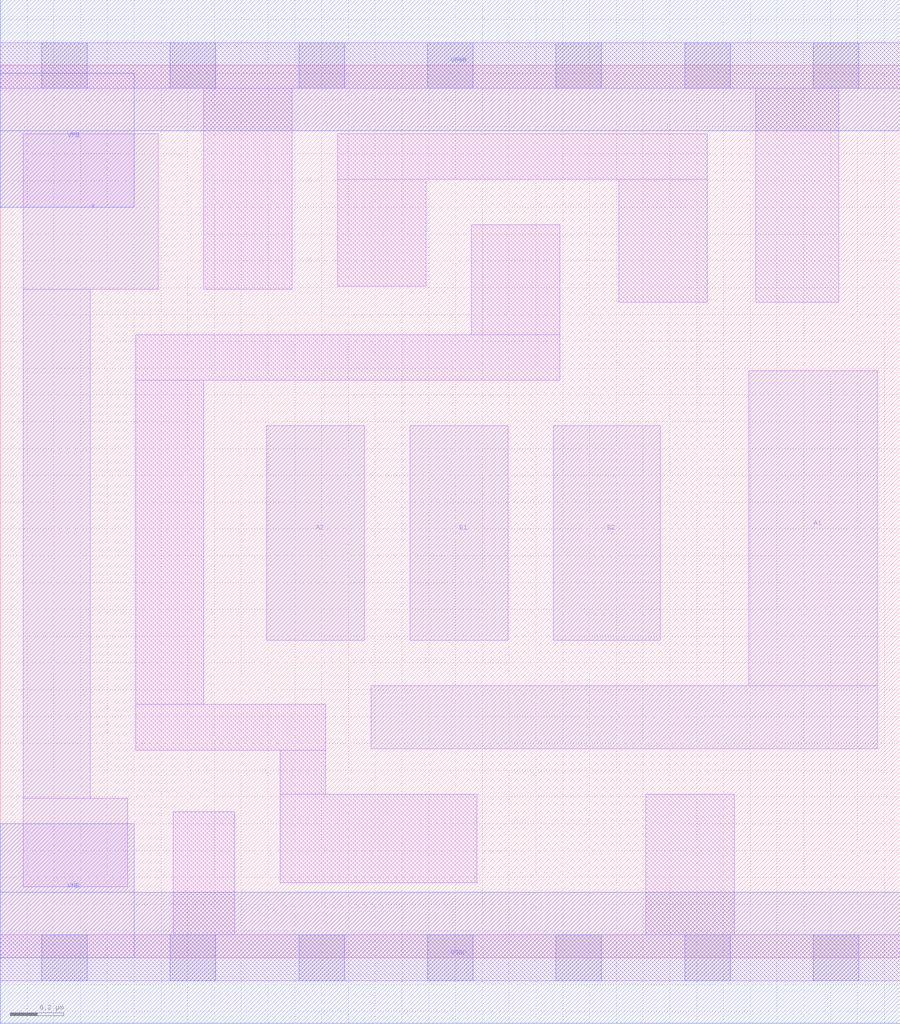
<source format=lef>
# Copyright 2020 The SkyWater PDK Authors
#
# Licensed under the Apache License, Version 2.0 (the "License");
# you may not use this file except in compliance with the License.
# You may obtain a copy of the License at
#
#     https://www.apache.org/licenses/LICENSE-2.0
#
# Unless required by applicable law or agreed to in writing, software
# distributed under the License is distributed on an "AS IS" BASIS,
# WITHOUT WARRANTIES OR CONDITIONS OF ANY KIND, either express or implied.
# See the License for the specific language governing permissions and
# limitations under the License.
#
# SPDX-License-Identifier: Apache-2.0

VERSION 5.5 ;
NAMESCASESENSITIVE ON ;
BUSBITCHARS "[]" ;
DIVIDERCHAR "/" ;
MACRO sky130_fd_sc_lp__a22o_0
  CLASS CORE ;
  SOURCE USER ;
  ORIGIN  0.000000  0.000000 ;
  SIZE  3.360000 BY  3.330000 ;
  SYMMETRY X Y R90 ;
  SITE unit ;
  PIN A1
    ANTENNAGATEAREA  0.159000 ;
    DIRECTION INPUT ;
    USE SIGNAL ;
    PORT
      LAYER li1 ;
        RECT 1.385000 0.780000 3.275000 1.015000 ;
        RECT 2.795000 1.015000 3.275000 2.190000 ;
    END
  END A1
  PIN A2
    ANTENNAGATEAREA  0.159000 ;
    DIRECTION INPUT ;
    USE SIGNAL ;
    PORT
      LAYER li1 ;
        RECT 0.995000 1.185000 1.360000 1.985000 ;
    END
  END A2
  PIN B1
    ANTENNAGATEAREA  0.159000 ;
    DIRECTION INPUT ;
    USE SIGNAL ;
    PORT
      LAYER li1 ;
        RECT 1.530000 1.185000 1.895000 1.985000 ;
    END
  END B1
  PIN B2
    ANTENNAGATEAREA  0.159000 ;
    DIRECTION INPUT ;
    USE SIGNAL ;
    PORT
      LAYER li1 ;
        RECT 2.065000 1.185000 2.465000 1.985000 ;
    END
  END B2
  PIN X
    ANTENNADIFFAREA  0.310500 ;
    DIRECTION OUTPUT ;
    USE SIGNAL ;
    PORT
      LAYER li1 ;
        RECT 0.085000 0.265000 0.475000 0.595000 ;
        RECT 0.085000 0.595000 0.335000 2.495000 ;
        RECT 0.085000 2.495000 0.590000 3.075000 ;
    END
  END X
  PIN VGND
    DIRECTION INOUT ;
    USE GROUND ;
    PORT
      LAYER met1 ;
        RECT 0.000000 -0.245000 3.360000 0.245000 ;
    END
  END VGND
  PIN VNB
    DIRECTION INOUT ;
    USE GROUND ;
    PORT
      LAYER met1 ;
        RECT 0.000000 0.000000 0.500000 0.500000 ;
    END
  END VNB
  PIN VPB
    DIRECTION INOUT ;
    USE POWER ;
    PORT
      LAYER met1 ;
        RECT 0.000000 2.800000 0.500000 3.300000 ;
    END
  END VPB
  PIN VPWR
    DIRECTION INOUT ;
    USE POWER ;
    PORT
      LAYER met1 ;
        RECT 0.000000 3.085000 3.360000 3.575000 ;
    END
  END VPWR
  OBS
    LAYER li1 ;
      RECT 0.000000 -0.085000 3.360000 0.085000 ;
      RECT 0.000000  3.245000 3.360000 3.415000 ;
      RECT 0.505000  0.775000 1.215000 0.945000 ;
      RECT 0.505000  0.945000 0.760000 2.155000 ;
      RECT 0.505000  2.155000 2.090000 2.325000 ;
      RECT 0.645000  0.085000 0.875000 0.545000 ;
      RECT 0.760000  2.495000 1.090000 3.245000 ;
      RECT 1.045000  0.280000 1.780000 0.610000 ;
      RECT 1.045000  0.610000 1.215000 0.775000 ;
      RECT 1.260000  2.505000 1.590000 2.905000 ;
      RECT 1.260000  2.905000 2.640000 3.075000 ;
      RECT 1.760000  2.325000 2.090000 2.735000 ;
      RECT 2.310000  2.445000 2.640000 2.905000 ;
      RECT 2.410000  0.085000 2.740000 0.610000 ;
      RECT 2.820000  2.445000 3.130000 3.245000 ;
    LAYER mcon ;
      RECT 0.155000 -0.085000 0.325000 0.085000 ;
      RECT 0.155000  3.245000 0.325000 3.415000 ;
      RECT 0.635000 -0.085000 0.805000 0.085000 ;
      RECT 0.635000  3.245000 0.805000 3.415000 ;
      RECT 1.115000 -0.085000 1.285000 0.085000 ;
      RECT 1.115000  3.245000 1.285000 3.415000 ;
      RECT 1.595000 -0.085000 1.765000 0.085000 ;
      RECT 1.595000  3.245000 1.765000 3.415000 ;
      RECT 2.075000 -0.085000 2.245000 0.085000 ;
      RECT 2.075000  3.245000 2.245000 3.415000 ;
      RECT 2.555000 -0.085000 2.725000 0.085000 ;
      RECT 2.555000  3.245000 2.725000 3.415000 ;
      RECT 3.035000 -0.085000 3.205000 0.085000 ;
      RECT 3.035000  3.245000 3.205000 3.415000 ;
  END
END sky130_fd_sc_lp__a22o_0
END LIBRARY

</source>
